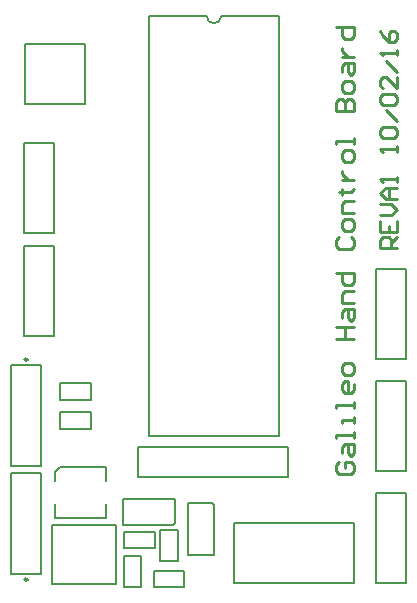
<source format=gto>
G04 Layer_Color=65535*
%FSLAX44Y44*%
%MOMM*%
G71*
G01*
G75*
%ADD15C,0.2000*%
%ADD28C,0.2500*%
%ADD29C,0.2540*%
D15*
X173650Y487800D02*
G03*
X186350Y487800I6350J0D01*
G01*
X317300Y7300D02*
X342700D01*
X317300D02*
Y83500D01*
X342700D01*
Y7300D02*
Y83500D01*
X317300Y197300D02*
X342700D01*
X317300D02*
Y273500D01*
X342700D01*
Y197300D02*
Y273500D01*
X19300Y292700D02*
X44700D01*
Y216500D02*
Y292700D01*
X19300Y216500D02*
X44700D01*
X19300D02*
Y292700D01*
Y379700D02*
X44700D01*
Y303500D02*
Y379700D01*
X19300Y303500D02*
X44700D01*
X19300D02*
Y379700D01*
X317300Y102300D02*
X342700D01*
X317300D02*
Y178500D01*
X342700D01*
Y102300D02*
Y178500D01*
X8300Y15200D02*
X33700D01*
Y100800D01*
X8300D02*
X33700D01*
X8300Y15200D02*
Y100800D01*
Y191800D02*
X33700D01*
X8300Y106200D02*
Y191800D01*
Y106200D02*
X33700D01*
Y191800D01*
X20300Y412900D02*
Y463700D01*
Y412900D02*
X71100D01*
X20300Y463700D02*
X71100D01*
Y412900D02*
Y463700D01*
X298900Y7300D02*
Y58100D01*
X197300D02*
X298900D01*
X197300Y7300D02*
Y58100D01*
Y7300D02*
X298900D01*
X49500Y105500D02*
X88590D01*
X45500Y101500D02*
X49500Y105500D01*
X45500Y94000D02*
Y101500D01*
Y62500D02*
Y74000D01*
X88500Y62500D02*
Y74000D01*
Y94000D02*
Y105500D01*
X45500Y62500D02*
X88500D01*
X43000Y57000D02*
X96750D01*
X43000Y7000D02*
X96750D01*
X43000D02*
Y57000D01*
X97000Y7000D02*
Y57000D01*
X124850Y132200D02*
Y487800D01*
Y132200D02*
X235150D01*
Y487800D01*
X186350D02*
X235150D01*
X124850D02*
X173650D01*
X134750Y25750D02*
Y52250D01*
Y25750D02*
X149250D01*
Y52250D01*
X134750D02*
X149250D01*
X129000Y4000D02*
Y18000D01*
X155000D01*
Y4000D02*
Y18000D01*
X129000Y4000D02*
X155000D01*
X103000Y79000D02*
X147250D01*
X103000Y57000D02*
Y79000D01*
X147250Y58500D02*
Y79000D01*
X145750Y57000D02*
X147250Y58500D01*
X103000Y57000D02*
X145750D01*
X158000Y31000D02*
Y75250D01*
Y31000D02*
X180000D01*
X158000Y75250D02*
X178500D01*
X180000Y73750D01*
Y31000D02*
Y73750D01*
X104000Y37000D02*
Y51000D01*
X130000D01*
Y37000D02*
Y51000D01*
X104000Y37000D02*
X130000D01*
X49750Y137750D02*
X76250D01*
Y152250D01*
X49750D02*
X76250D01*
X49750Y137750D02*
Y152250D01*
Y162750D02*
X76250D01*
Y177250D01*
X49750D02*
X76250D01*
X49750Y162750D02*
Y177250D01*
X103750Y3750D02*
Y30250D01*
Y3750D02*
X118250D01*
Y30250D01*
X103750D02*
X118250D01*
X115700Y97300D02*
Y122700D01*
X242700D01*
X115700Y97300D02*
X242700D01*
Y122700D01*
D28*
X22260Y10390D02*
G03*
X22260Y10390I-1250J0D01*
G01*
X22240Y196610D02*
G03*
X22240Y196610I-1250J0D01*
G01*
D29*
X286304Y110157D02*
X283765Y107618D01*
Y102539D01*
X286304Y100000D01*
X296461D01*
X299000Y102539D01*
Y107618D01*
X296461Y110157D01*
X291383D01*
Y105078D01*
X288843Y117774D02*
Y122853D01*
X291383Y125392D01*
X299000D01*
Y117774D01*
X296461Y115235D01*
X293922Y117774D01*
Y125392D01*
X299000Y130470D02*
Y135548D01*
Y133009D01*
X283765D01*
Y130470D01*
X299000Y143166D02*
Y148244D01*
Y145705D01*
X288843D01*
Y143166D01*
X299000Y155862D02*
Y160940D01*
Y158401D01*
X283765D01*
Y155862D01*
X299000Y176175D02*
Y171097D01*
X296461Y168558D01*
X291383D01*
X288843Y171097D01*
Y176175D01*
X291383Y178715D01*
X293922D01*
Y168558D01*
X299000Y186332D02*
Y191410D01*
X296461Y193950D01*
X291383D01*
X288843Y191410D01*
Y186332D01*
X291383Y183793D01*
X296461D01*
X299000Y186332D01*
X283765Y214263D02*
X299000D01*
X291383D01*
Y224420D01*
X283765D01*
X299000D01*
X288843Y232037D02*
Y237116D01*
X291383Y239655D01*
X299000D01*
Y232037D01*
X296461Y229498D01*
X293922Y232037D01*
Y239655D01*
X299000Y244733D02*
X288843D01*
Y252351D01*
X291383Y254890D01*
X299000D01*
X283765Y270125D02*
X299000D01*
Y262507D01*
X296461Y259968D01*
X291383D01*
X288843Y262507D01*
Y270125D01*
X286304Y300595D02*
X283765Y298056D01*
Y292978D01*
X286304Y290438D01*
X296461D01*
X299000Y292978D01*
Y298056D01*
X296461Y300595D01*
X299000Y308213D02*
Y313291D01*
X296461Y315830D01*
X291383D01*
X288843Y313291D01*
Y308213D01*
X291383Y305674D01*
X296461D01*
X299000Y308213D01*
Y320909D02*
X288843D01*
Y328526D01*
X291383Y331065D01*
X299000D01*
X286304Y338683D02*
X288843D01*
Y336144D01*
Y341222D01*
Y338683D01*
X296461D01*
X299000Y341222D01*
X288843Y348839D02*
X299000D01*
X293922D01*
X291383Y351379D01*
X288843Y353918D01*
Y356457D01*
X299000Y366614D02*
Y371692D01*
X296461Y374231D01*
X291383D01*
X288843Y371692D01*
Y366614D01*
X291383Y364075D01*
X296461D01*
X299000Y366614D01*
Y379310D02*
Y384388D01*
Y381849D01*
X283765D01*
Y379310D01*
Y407241D02*
X299000D01*
Y414858D01*
X296461Y417397D01*
X293922D01*
X291383Y414858D01*
Y407241D01*
Y414858D01*
X288843Y417397D01*
X286304D01*
X283765Y414858D01*
Y407241D01*
X299000Y425015D02*
Y430093D01*
X296461Y432632D01*
X291383D01*
X288843Y430093D01*
Y425015D01*
X291383Y422476D01*
X296461D01*
X299000Y425015D01*
X288843Y440250D02*
Y445328D01*
X291383Y447868D01*
X299000D01*
Y440250D01*
X296461Y437711D01*
X293922Y440250D01*
Y447868D01*
X288843Y452946D02*
X299000D01*
X293922D01*
X291383Y455485D01*
X288843Y458024D01*
Y460563D01*
X283765Y478338D02*
X299000D01*
Y470720D01*
X296461Y468181D01*
X291383D01*
X288843Y470720D01*
Y478338D01*
X335000Y291000D02*
X321004D01*
Y297998D01*
X323337Y300330D01*
X328002D01*
X330335Y297998D01*
Y291000D01*
Y295665D02*
X335000Y300330D01*
X321004Y314326D02*
Y304995D01*
X335000D01*
Y314326D01*
X328002Y304995D02*
Y309661D01*
X321004Y318991D02*
X330335D01*
X335000Y323656D01*
X330335Y328321D01*
X321004D01*
X335000Y332986D02*
X325670D01*
X321004Y337652D01*
X325670Y342317D01*
X335000D01*
X328002D01*
Y332986D01*
X335000Y346982D02*
Y351647D01*
Y349314D01*
X321004D01*
X323337Y346982D01*
X335000Y372640D02*
Y377305D01*
Y374973D01*
X321004D01*
X323337Y372640D01*
Y384303D02*
X321004Y386636D01*
Y391301D01*
X323337Y393633D01*
X332667D01*
X335000Y391301D01*
Y386636D01*
X332667Y384303D01*
X323337D01*
X335000Y398299D02*
X325670Y407629D01*
X323337Y412294D02*
X321004Y414627D01*
Y419292D01*
X323337Y421624D01*
X332667D01*
X335000Y419292D01*
Y414627D01*
X332667Y412294D01*
X323337D01*
X335000Y435620D02*
Y426290D01*
X325670Y435620D01*
X323337D01*
X321004Y433287D01*
Y428622D01*
X323337Y426290D01*
X335000Y440285D02*
X325670Y449615D01*
X335000Y454281D02*
Y458946D01*
Y456613D01*
X321004D01*
X323337Y454281D01*
X321004Y475274D02*
X323337Y470609D01*
X328002Y465943D01*
X332667D01*
X335000Y468276D01*
Y472941D01*
X332667Y475274D01*
X330335D01*
X328002Y472941D01*
Y465943D01*
M02*

</source>
